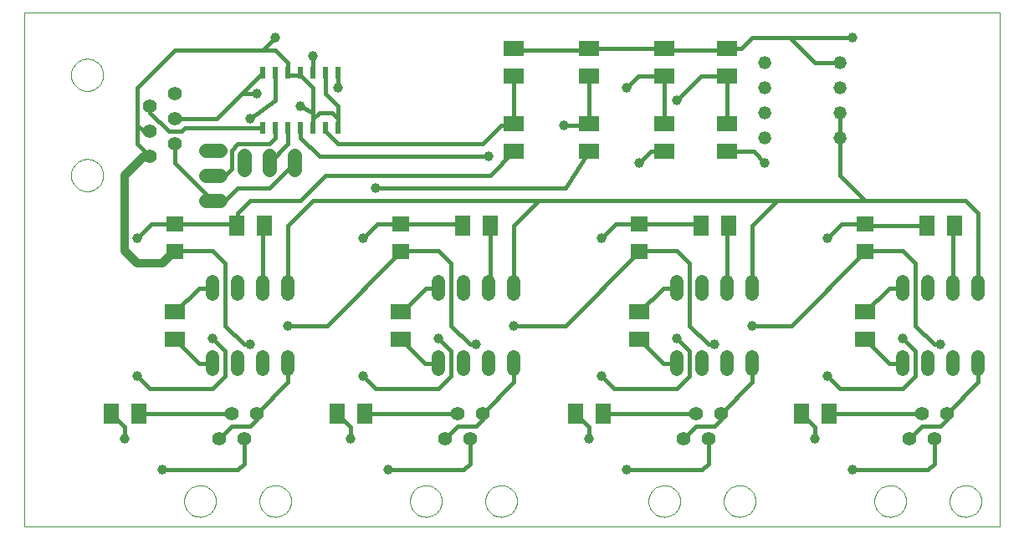
<source format=gtl>
G75*
G70*
%OFA0B0*%
%FSLAX24Y24*%
%IPPOS*%
%LPD*%
%AMOC8*
5,1,8,0,0,1.08239X$1,22.5*
%
%ADD10C,0.0000*%
%ADD11C,0.0520*%
%ADD12R,0.0787X0.0630*%
%ADD13R,0.0630X0.0787*%
%ADD14R,0.0709X0.0630*%
%ADD15C,0.0554*%
%ADD16C,0.0560*%
%ADD17C,0.0520*%
%ADD18R,0.0236X0.0472*%
%ADD19C,0.0560*%
%ADD20C,0.0160*%
%ADD21C,0.0396*%
%ADD22C,0.0320*%
D10*
X000704Y003195D02*
X000704Y023691D01*
X039574Y023691D01*
X039574Y003195D01*
X000704Y003195D01*
X007074Y004195D02*
X007076Y004245D01*
X007082Y004295D01*
X007092Y004344D01*
X007106Y004392D01*
X007123Y004439D01*
X007144Y004484D01*
X007169Y004528D01*
X007197Y004569D01*
X007229Y004608D01*
X007263Y004645D01*
X007300Y004679D01*
X007340Y004709D01*
X007382Y004736D01*
X007426Y004760D01*
X007472Y004781D01*
X007519Y004797D01*
X007567Y004810D01*
X007617Y004819D01*
X007666Y004824D01*
X007717Y004825D01*
X007767Y004822D01*
X007816Y004815D01*
X007865Y004804D01*
X007913Y004789D01*
X007959Y004771D01*
X008004Y004749D01*
X008047Y004723D01*
X008088Y004694D01*
X008127Y004662D01*
X008163Y004627D01*
X008195Y004589D01*
X008225Y004549D01*
X008252Y004506D01*
X008275Y004462D01*
X008294Y004416D01*
X008310Y004368D01*
X008322Y004319D01*
X008330Y004270D01*
X008334Y004220D01*
X008334Y004170D01*
X008330Y004120D01*
X008322Y004071D01*
X008310Y004022D01*
X008294Y003974D01*
X008275Y003928D01*
X008252Y003884D01*
X008225Y003841D01*
X008195Y003801D01*
X008163Y003763D01*
X008127Y003728D01*
X008088Y003696D01*
X008047Y003667D01*
X008004Y003641D01*
X007959Y003619D01*
X007913Y003601D01*
X007865Y003586D01*
X007816Y003575D01*
X007767Y003568D01*
X007717Y003565D01*
X007666Y003566D01*
X007617Y003571D01*
X007567Y003580D01*
X007519Y003593D01*
X007472Y003609D01*
X007426Y003630D01*
X007382Y003654D01*
X007340Y003681D01*
X007300Y003711D01*
X007263Y003745D01*
X007229Y003782D01*
X007197Y003821D01*
X007169Y003862D01*
X007144Y003906D01*
X007123Y003951D01*
X007106Y003998D01*
X007092Y004046D01*
X007082Y004095D01*
X007076Y004145D01*
X007074Y004195D01*
X010074Y004195D02*
X010076Y004245D01*
X010082Y004295D01*
X010092Y004344D01*
X010106Y004392D01*
X010123Y004439D01*
X010144Y004484D01*
X010169Y004528D01*
X010197Y004569D01*
X010229Y004608D01*
X010263Y004645D01*
X010300Y004679D01*
X010340Y004709D01*
X010382Y004736D01*
X010426Y004760D01*
X010472Y004781D01*
X010519Y004797D01*
X010567Y004810D01*
X010617Y004819D01*
X010666Y004824D01*
X010717Y004825D01*
X010767Y004822D01*
X010816Y004815D01*
X010865Y004804D01*
X010913Y004789D01*
X010959Y004771D01*
X011004Y004749D01*
X011047Y004723D01*
X011088Y004694D01*
X011127Y004662D01*
X011163Y004627D01*
X011195Y004589D01*
X011225Y004549D01*
X011252Y004506D01*
X011275Y004462D01*
X011294Y004416D01*
X011310Y004368D01*
X011322Y004319D01*
X011330Y004270D01*
X011334Y004220D01*
X011334Y004170D01*
X011330Y004120D01*
X011322Y004071D01*
X011310Y004022D01*
X011294Y003974D01*
X011275Y003928D01*
X011252Y003884D01*
X011225Y003841D01*
X011195Y003801D01*
X011163Y003763D01*
X011127Y003728D01*
X011088Y003696D01*
X011047Y003667D01*
X011004Y003641D01*
X010959Y003619D01*
X010913Y003601D01*
X010865Y003586D01*
X010816Y003575D01*
X010767Y003568D01*
X010717Y003565D01*
X010666Y003566D01*
X010617Y003571D01*
X010567Y003580D01*
X010519Y003593D01*
X010472Y003609D01*
X010426Y003630D01*
X010382Y003654D01*
X010340Y003681D01*
X010300Y003711D01*
X010263Y003745D01*
X010229Y003782D01*
X010197Y003821D01*
X010169Y003862D01*
X010144Y003906D01*
X010123Y003951D01*
X010106Y003998D01*
X010092Y004046D01*
X010082Y004095D01*
X010076Y004145D01*
X010074Y004195D01*
X016074Y004195D02*
X016076Y004245D01*
X016082Y004295D01*
X016092Y004344D01*
X016106Y004392D01*
X016123Y004439D01*
X016144Y004484D01*
X016169Y004528D01*
X016197Y004569D01*
X016229Y004608D01*
X016263Y004645D01*
X016300Y004679D01*
X016340Y004709D01*
X016382Y004736D01*
X016426Y004760D01*
X016472Y004781D01*
X016519Y004797D01*
X016567Y004810D01*
X016617Y004819D01*
X016666Y004824D01*
X016717Y004825D01*
X016767Y004822D01*
X016816Y004815D01*
X016865Y004804D01*
X016913Y004789D01*
X016959Y004771D01*
X017004Y004749D01*
X017047Y004723D01*
X017088Y004694D01*
X017127Y004662D01*
X017163Y004627D01*
X017195Y004589D01*
X017225Y004549D01*
X017252Y004506D01*
X017275Y004462D01*
X017294Y004416D01*
X017310Y004368D01*
X017322Y004319D01*
X017330Y004270D01*
X017334Y004220D01*
X017334Y004170D01*
X017330Y004120D01*
X017322Y004071D01*
X017310Y004022D01*
X017294Y003974D01*
X017275Y003928D01*
X017252Y003884D01*
X017225Y003841D01*
X017195Y003801D01*
X017163Y003763D01*
X017127Y003728D01*
X017088Y003696D01*
X017047Y003667D01*
X017004Y003641D01*
X016959Y003619D01*
X016913Y003601D01*
X016865Y003586D01*
X016816Y003575D01*
X016767Y003568D01*
X016717Y003565D01*
X016666Y003566D01*
X016617Y003571D01*
X016567Y003580D01*
X016519Y003593D01*
X016472Y003609D01*
X016426Y003630D01*
X016382Y003654D01*
X016340Y003681D01*
X016300Y003711D01*
X016263Y003745D01*
X016229Y003782D01*
X016197Y003821D01*
X016169Y003862D01*
X016144Y003906D01*
X016123Y003951D01*
X016106Y003998D01*
X016092Y004046D01*
X016082Y004095D01*
X016076Y004145D01*
X016074Y004195D01*
X019074Y004195D02*
X019076Y004245D01*
X019082Y004295D01*
X019092Y004344D01*
X019106Y004392D01*
X019123Y004439D01*
X019144Y004484D01*
X019169Y004528D01*
X019197Y004569D01*
X019229Y004608D01*
X019263Y004645D01*
X019300Y004679D01*
X019340Y004709D01*
X019382Y004736D01*
X019426Y004760D01*
X019472Y004781D01*
X019519Y004797D01*
X019567Y004810D01*
X019617Y004819D01*
X019666Y004824D01*
X019717Y004825D01*
X019767Y004822D01*
X019816Y004815D01*
X019865Y004804D01*
X019913Y004789D01*
X019959Y004771D01*
X020004Y004749D01*
X020047Y004723D01*
X020088Y004694D01*
X020127Y004662D01*
X020163Y004627D01*
X020195Y004589D01*
X020225Y004549D01*
X020252Y004506D01*
X020275Y004462D01*
X020294Y004416D01*
X020310Y004368D01*
X020322Y004319D01*
X020330Y004270D01*
X020334Y004220D01*
X020334Y004170D01*
X020330Y004120D01*
X020322Y004071D01*
X020310Y004022D01*
X020294Y003974D01*
X020275Y003928D01*
X020252Y003884D01*
X020225Y003841D01*
X020195Y003801D01*
X020163Y003763D01*
X020127Y003728D01*
X020088Y003696D01*
X020047Y003667D01*
X020004Y003641D01*
X019959Y003619D01*
X019913Y003601D01*
X019865Y003586D01*
X019816Y003575D01*
X019767Y003568D01*
X019717Y003565D01*
X019666Y003566D01*
X019617Y003571D01*
X019567Y003580D01*
X019519Y003593D01*
X019472Y003609D01*
X019426Y003630D01*
X019382Y003654D01*
X019340Y003681D01*
X019300Y003711D01*
X019263Y003745D01*
X019229Y003782D01*
X019197Y003821D01*
X019169Y003862D01*
X019144Y003906D01*
X019123Y003951D01*
X019106Y003998D01*
X019092Y004046D01*
X019082Y004095D01*
X019076Y004145D01*
X019074Y004195D01*
X025574Y004195D02*
X025576Y004245D01*
X025582Y004295D01*
X025592Y004344D01*
X025606Y004392D01*
X025623Y004439D01*
X025644Y004484D01*
X025669Y004528D01*
X025697Y004569D01*
X025729Y004608D01*
X025763Y004645D01*
X025800Y004679D01*
X025840Y004709D01*
X025882Y004736D01*
X025926Y004760D01*
X025972Y004781D01*
X026019Y004797D01*
X026067Y004810D01*
X026117Y004819D01*
X026166Y004824D01*
X026217Y004825D01*
X026267Y004822D01*
X026316Y004815D01*
X026365Y004804D01*
X026413Y004789D01*
X026459Y004771D01*
X026504Y004749D01*
X026547Y004723D01*
X026588Y004694D01*
X026627Y004662D01*
X026663Y004627D01*
X026695Y004589D01*
X026725Y004549D01*
X026752Y004506D01*
X026775Y004462D01*
X026794Y004416D01*
X026810Y004368D01*
X026822Y004319D01*
X026830Y004270D01*
X026834Y004220D01*
X026834Y004170D01*
X026830Y004120D01*
X026822Y004071D01*
X026810Y004022D01*
X026794Y003974D01*
X026775Y003928D01*
X026752Y003884D01*
X026725Y003841D01*
X026695Y003801D01*
X026663Y003763D01*
X026627Y003728D01*
X026588Y003696D01*
X026547Y003667D01*
X026504Y003641D01*
X026459Y003619D01*
X026413Y003601D01*
X026365Y003586D01*
X026316Y003575D01*
X026267Y003568D01*
X026217Y003565D01*
X026166Y003566D01*
X026117Y003571D01*
X026067Y003580D01*
X026019Y003593D01*
X025972Y003609D01*
X025926Y003630D01*
X025882Y003654D01*
X025840Y003681D01*
X025800Y003711D01*
X025763Y003745D01*
X025729Y003782D01*
X025697Y003821D01*
X025669Y003862D01*
X025644Y003906D01*
X025623Y003951D01*
X025606Y003998D01*
X025592Y004046D01*
X025582Y004095D01*
X025576Y004145D01*
X025574Y004195D01*
X028574Y004195D02*
X028576Y004245D01*
X028582Y004295D01*
X028592Y004344D01*
X028606Y004392D01*
X028623Y004439D01*
X028644Y004484D01*
X028669Y004528D01*
X028697Y004569D01*
X028729Y004608D01*
X028763Y004645D01*
X028800Y004679D01*
X028840Y004709D01*
X028882Y004736D01*
X028926Y004760D01*
X028972Y004781D01*
X029019Y004797D01*
X029067Y004810D01*
X029117Y004819D01*
X029166Y004824D01*
X029217Y004825D01*
X029267Y004822D01*
X029316Y004815D01*
X029365Y004804D01*
X029413Y004789D01*
X029459Y004771D01*
X029504Y004749D01*
X029547Y004723D01*
X029588Y004694D01*
X029627Y004662D01*
X029663Y004627D01*
X029695Y004589D01*
X029725Y004549D01*
X029752Y004506D01*
X029775Y004462D01*
X029794Y004416D01*
X029810Y004368D01*
X029822Y004319D01*
X029830Y004270D01*
X029834Y004220D01*
X029834Y004170D01*
X029830Y004120D01*
X029822Y004071D01*
X029810Y004022D01*
X029794Y003974D01*
X029775Y003928D01*
X029752Y003884D01*
X029725Y003841D01*
X029695Y003801D01*
X029663Y003763D01*
X029627Y003728D01*
X029588Y003696D01*
X029547Y003667D01*
X029504Y003641D01*
X029459Y003619D01*
X029413Y003601D01*
X029365Y003586D01*
X029316Y003575D01*
X029267Y003568D01*
X029217Y003565D01*
X029166Y003566D01*
X029117Y003571D01*
X029067Y003580D01*
X029019Y003593D01*
X028972Y003609D01*
X028926Y003630D01*
X028882Y003654D01*
X028840Y003681D01*
X028800Y003711D01*
X028763Y003745D01*
X028729Y003782D01*
X028697Y003821D01*
X028669Y003862D01*
X028644Y003906D01*
X028623Y003951D01*
X028606Y003998D01*
X028592Y004046D01*
X028582Y004095D01*
X028576Y004145D01*
X028574Y004195D01*
X034574Y004195D02*
X034576Y004245D01*
X034582Y004295D01*
X034592Y004344D01*
X034606Y004392D01*
X034623Y004439D01*
X034644Y004484D01*
X034669Y004528D01*
X034697Y004569D01*
X034729Y004608D01*
X034763Y004645D01*
X034800Y004679D01*
X034840Y004709D01*
X034882Y004736D01*
X034926Y004760D01*
X034972Y004781D01*
X035019Y004797D01*
X035067Y004810D01*
X035117Y004819D01*
X035166Y004824D01*
X035217Y004825D01*
X035267Y004822D01*
X035316Y004815D01*
X035365Y004804D01*
X035413Y004789D01*
X035459Y004771D01*
X035504Y004749D01*
X035547Y004723D01*
X035588Y004694D01*
X035627Y004662D01*
X035663Y004627D01*
X035695Y004589D01*
X035725Y004549D01*
X035752Y004506D01*
X035775Y004462D01*
X035794Y004416D01*
X035810Y004368D01*
X035822Y004319D01*
X035830Y004270D01*
X035834Y004220D01*
X035834Y004170D01*
X035830Y004120D01*
X035822Y004071D01*
X035810Y004022D01*
X035794Y003974D01*
X035775Y003928D01*
X035752Y003884D01*
X035725Y003841D01*
X035695Y003801D01*
X035663Y003763D01*
X035627Y003728D01*
X035588Y003696D01*
X035547Y003667D01*
X035504Y003641D01*
X035459Y003619D01*
X035413Y003601D01*
X035365Y003586D01*
X035316Y003575D01*
X035267Y003568D01*
X035217Y003565D01*
X035166Y003566D01*
X035117Y003571D01*
X035067Y003580D01*
X035019Y003593D01*
X034972Y003609D01*
X034926Y003630D01*
X034882Y003654D01*
X034840Y003681D01*
X034800Y003711D01*
X034763Y003745D01*
X034729Y003782D01*
X034697Y003821D01*
X034669Y003862D01*
X034644Y003906D01*
X034623Y003951D01*
X034606Y003998D01*
X034592Y004046D01*
X034582Y004095D01*
X034576Y004145D01*
X034574Y004195D01*
X037574Y004195D02*
X037576Y004245D01*
X037582Y004295D01*
X037592Y004344D01*
X037606Y004392D01*
X037623Y004439D01*
X037644Y004484D01*
X037669Y004528D01*
X037697Y004569D01*
X037729Y004608D01*
X037763Y004645D01*
X037800Y004679D01*
X037840Y004709D01*
X037882Y004736D01*
X037926Y004760D01*
X037972Y004781D01*
X038019Y004797D01*
X038067Y004810D01*
X038117Y004819D01*
X038166Y004824D01*
X038217Y004825D01*
X038267Y004822D01*
X038316Y004815D01*
X038365Y004804D01*
X038413Y004789D01*
X038459Y004771D01*
X038504Y004749D01*
X038547Y004723D01*
X038588Y004694D01*
X038627Y004662D01*
X038663Y004627D01*
X038695Y004589D01*
X038725Y004549D01*
X038752Y004506D01*
X038775Y004462D01*
X038794Y004416D01*
X038810Y004368D01*
X038822Y004319D01*
X038830Y004270D01*
X038834Y004220D01*
X038834Y004170D01*
X038830Y004120D01*
X038822Y004071D01*
X038810Y004022D01*
X038794Y003974D01*
X038775Y003928D01*
X038752Y003884D01*
X038725Y003841D01*
X038695Y003801D01*
X038663Y003763D01*
X038627Y003728D01*
X038588Y003696D01*
X038547Y003667D01*
X038504Y003641D01*
X038459Y003619D01*
X038413Y003601D01*
X038365Y003586D01*
X038316Y003575D01*
X038267Y003568D01*
X038217Y003565D01*
X038166Y003566D01*
X038117Y003571D01*
X038067Y003580D01*
X038019Y003593D01*
X037972Y003609D01*
X037926Y003630D01*
X037882Y003654D01*
X037840Y003681D01*
X037800Y003711D01*
X037763Y003745D01*
X037729Y003782D01*
X037697Y003821D01*
X037669Y003862D01*
X037644Y003906D01*
X037623Y003951D01*
X037606Y003998D01*
X037592Y004046D01*
X037582Y004095D01*
X037576Y004145D01*
X037574Y004195D01*
X002564Y017195D02*
X002566Y017245D01*
X002572Y017295D01*
X002582Y017344D01*
X002595Y017393D01*
X002613Y017440D01*
X002634Y017486D01*
X002658Y017529D01*
X002686Y017571D01*
X002717Y017611D01*
X002751Y017648D01*
X002788Y017682D01*
X002828Y017713D01*
X002870Y017741D01*
X002913Y017765D01*
X002959Y017786D01*
X003006Y017804D01*
X003055Y017817D01*
X003104Y017827D01*
X003154Y017833D01*
X003204Y017835D01*
X003254Y017833D01*
X003304Y017827D01*
X003353Y017817D01*
X003402Y017804D01*
X003449Y017786D01*
X003495Y017765D01*
X003538Y017741D01*
X003580Y017713D01*
X003620Y017682D01*
X003657Y017648D01*
X003691Y017611D01*
X003722Y017571D01*
X003750Y017529D01*
X003774Y017486D01*
X003795Y017440D01*
X003813Y017393D01*
X003826Y017344D01*
X003836Y017295D01*
X003842Y017245D01*
X003844Y017195D01*
X003842Y017145D01*
X003836Y017095D01*
X003826Y017046D01*
X003813Y016997D01*
X003795Y016950D01*
X003774Y016904D01*
X003750Y016861D01*
X003722Y016819D01*
X003691Y016779D01*
X003657Y016742D01*
X003620Y016708D01*
X003580Y016677D01*
X003538Y016649D01*
X003495Y016625D01*
X003449Y016604D01*
X003402Y016586D01*
X003353Y016573D01*
X003304Y016563D01*
X003254Y016557D01*
X003204Y016555D01*
X003154Y016557D01*
X003104Y016563D01*
X003055Y016573D01*
X003006Y016586D01*
X002959Y016604D01*
X002913Y016625D01*
X002870Y016649D01*
X002828Y016677D01*
X002788Y016708D01*
X002751Y016742D01*
X002717Y016779D01*
X002686Y016819D01*
X002658Y016861D01*
X002634Y016904D01*
X002613Y016950D01*
X002595Y016997D01*
X002582Y017046D01*
X002572Y017095D01*
X002566Y017145D01*
X002564Y017195D01*
X002564Y021195D02*
X002566Y021245D01*
X002572Y021295D01*
X002582Y021344D01*
X002595Y021393D01*
X002613Y021440D01*
X002634Y021486D01*
X002658Y021529D01*
X002686Y021571D01*
X002717Y021611D01*
X002751Y021648D01*
X002788Y021682D01*
X002828Y021713D01*
X002870Y021741D01*
X002913Y021765D01*
X002959Y021786D01*
X003006Y021804D01*
X003055Y021817D01*
X003104Y021827D01*
X003154Y021833D01*
X003204Y021835D01*
X003254Y021833D01*
X003304Y021827D01*
X003353Y021817D01*
X003402Y021804D01*
X003449Y021786D01*
X003495Y021765D01*
X003538Y021741D01*
X003580Y021713D01*
X003620Y021682D01*
X003657Y021648D01*
X003691Y021611D01*
X003722Y021571D01*
X003750Y021529D01*
X003774Y021486D01*
X003795Y021440D01*
X003813Y021393D01*
X003826Y021344D01*
X003836Y021295D01*
X003842Y021245D01*
X003844Y021195D01*
X003842Y021145D01*
X003836Y021095D01*
X003826Y021046D01*
X003813Y020997D01*
X003795Y020950D01*
X003774Y020904D01*
X003750Y020861D01*
X003722Y020819D01*
X003691Y020779D01*
X003657Y020742D01*
X003620Y020708D01*
X003580Y020677D01*
X003538Y020649D01*
X003495Y020625D01*
X003449Y020604D01*
X003402Y020586D01*
X003353Y020573D01*
X003304Y020563D01*
X003254Y020557D01*
X003204Y020555D01*
X003154Y020557D01*
X003104Y020563D01*
X003055Y020573D01*
X003006Y020586D01*
X002959Y020604D01*
X002913Y020625D01*
X002870Y020649D01*
X002828Y020677D01*
X002788Y020708D01*
X002751Y020742D01*
X002717Y020779D01*
X002686Y020819D01*
X002658Y020861D01*
X002634Y020904D01*
X002613Y020950D01*
X002595Y020997D01*
X002582Y021046D01*
X002572Y021095D01*
X002566Y021145D01*
X002564Y021195D01*
D11*
X008204Y012955D02*
X008204Y012435D01*
X009204Y012435D02*
X009204Y012955D01*
X010204Y012955D02*
X010204Y012435D01*
X011204Y012435D02*
X011204Y012955D01*
X011204Y009955D02*
X011204Y009435D01*
X010204Y009435D02*
X010204Y009955D01*
X009204Y009955D02*
X009204Y009435D01*
X008204Y009435D02*
X008204Y009955D01*
X017204Y009955D02*
X017204Y009435D01*
X018204Y009435D02*
X018204Y009955D01*
X019204Y009955D02*
X019204Y009435D01*
X020204Y009435D02*
X020204Y009955D01*
X020204Y012435D02*
X020204Y012955D01*
X019204Y012955D02*
X019204Y012435D01*
X018204Y012435D02*
X018204Y012955D01*
X017204Y012955D02*
X017204Y012435D01*
X026704Y012435D02*
X026704Y012955D01*
X027704Y012955D02*
X027704Y012435D01*
X028704Y012435D02*
X028704Y012955D01*
X029704Y012955D02*
X029704Y012435D01*
X029704Y009955D02*
X029704Y009435D01*
X028704Y009435D02*
X028704Y009955D01*
X027704Y009955D02*
X027704Y009435D01*
X026704Y009435D02*
X026704Y009955D01*
X035704Y009955D02*
X035704Y009435D01*
X036704Y009435D02*
X036704Y009955D01*
X037704Y009955D02*
X037704Y009435D01*
X038704Y009435D02*
X038704Y009955D01*
X038704Y012435D02*
X038704Y012955D01*
X037704Y012955D02*
X037704Y012435D01*
X036704Y012435D02*
X036704Y012955D01*
X035704Y012955D02*
X035704Y012435D01*
D12*
X034204Y011746D03*
X034204Y010644D03*
X025204Y010644D03*
X025204Y011746D03*
X015704Y011746D03*
X015704Y010644D03*
X006704Y010644D03*
X006704Y011746D03*
X020204Y018144D03*
X020204Y019246D03*
X020204Y021144D03*
X020204Y022246D03*
X023204Y022246D03*
X023204Y021144D03*
X023204Y019246D03*
X023204Y018144D03*
X026204Y018144D03*
X026204Y019246D03*
X028704Y019246D03*
X028704Y018144D03*
X028704Y021144D03*
X028704Y022246D03*
X026204Y022246D03*
X026204Y021144D03*
D13*
X027653Y015195D03*
X028755Y015195D03*
X036653Y015195D03*
X037755Y015195D03*
X032755Y007695D03*
X031653Y007695D03*
X023755Y007695D03*
X022653Y007695D03*
X014255Y007695D03*
X013153Y007695D03*
X005255Y007695D03*
X004153Y007695D03*
X009153Y015195D03*
X010255Y015195D03*
X018153Y015195D03*
X019255Y015195D03*
D14*
X015704Y015246D03*
X015704Y014144D03*
X006704Y014144D03*
X006704Y015246D03*
X025204Y015246D03*
X025204Y014144D03*
X034204Y014144D03*
X034204Y015246D03*
D15*
X006704Y018445D03*
X005704Y017945D03*
X005704Y018945D03*
X006704Y019445D03*
X005704Y019945D03*
X006704Y020445D03*
D16*
X008954Y007695D03*
X009954Y007695D03*
X009454Y006695D03*
X008454Y006695D03*
X017454Y006695D03*
X018454Y006695D03*
X018954Y007695D03*
X017954Y007695D03*
X026954Y006695D03*
X027954Y006695D03*
X028454Y007695D03*
X027454Y007695D03*
X035954Y006695D03*
X036954Y006695D03*
X037454Y007695D03*
X036454Y007695D03*
D17*
X033204Y018695D03*
X033204Y019695D03*
X033204Y020695D03*
X033204Y021695D03*
X030204Y021695D03*
X030204Y020695D03*
X030204Y019695D03*
X030204Y018695D03*
D18*
X013204Y019093D03*
X012704Y019093D03*
X012204Y019093D03*
X011704Y019093D03*
X011204Y019093D03*
X010704Y019093D03*
X010204Y019093D03*
X010204Y021297D03*
X010704Y021297D03*
X011204Y021297D03*
X011704Y021297D03*
X012204Y021297D03*
X012704Y021297D03*
X013204Y021297D03*
D19*
X011454Y017975D02*
X011454Y017415D01*
X010454Y017415D02*
X010454Y017975D01*
X009454Y017975D02*
X009454Y017415D01*
X008484Y017195D02*
X007924Y017195D01*
X007924Y016195D02*
X008484Y016195D01*
X008484Y018195D02*
X007924Y018195D01*
D20*
X008954Y018195D02*
X008954Y017445D01*
X008704Y017195D01*
X008204Y017195D01*
X009204Y016695D02*
X008704Y016195D01*
X008204Y016195D01*
X006704Y017695D01*
X006704Y018445D01*
X005704Y017945D02*
X005204Y018445D01*
X005204Y019195D01*
X005454Y018945D01*
X005704Y018945D01*
X005204Y019195D02*
X005204Y020695D01*
X006704Y022195D01*
X010204Y022195D01*
X010704Y022695D01*
X010704Y022195D02*
X010204Y022195D01*
X010704Y022195D02*
X011204Y021695D01*
X011204Y021297D01*
X011204Y021195D02*
X011704Y021195D01*
X012204Y020695D01*
X012204Y019695D01*
X011704Y019945D01*
X012204Y019695D02*
X012204Y019445D01*
X012454Y019695D01*
X012954Y019695D01*
X013204Y019445D01*
X013204Y019945D01*
X012704Y020445D01*
X012704Y021297D01*
X013204Y021297D02*
X013204Y020695D01*
X012204Y021297D02*
X012204Y021945D01*
X010704Y021195D02*
X010704Y020195D01*
X009704Y019445D01*
X010204Y019093D02*
X007101Y019093D01*
X006954Y018945D01*
X006454Y018945D01*
X005704Y019695D01*
X005704Y019945D01*
X006704Y019445D02*
X008351Y019445D01*
X009403Y020496D01*
X009454Y020445D01*
X009954Y020445D01*
X009403Y020496D02*
X010204Y021297D01*
X012204Y019445D02*
X012204Y019093D01*
X011704Y019093D02*
X011704Y018695D01*
X012454Y017945D01*
X019204Y017945D01*
X018954Y018445D02*
X019704Y019195D01*
X020153Y019195D01*
X020204Y019246D01*
X020204Y019195D01*
X020204Y019246D02*
X020204Y021144D01*
X020255Y022195D02*
X020204Y022246D01*
X020255Y022195D02*
X023204Y022195D01*
X023204Y022246D01*
X026204Y022246D01*
X026204Y022195D01*
X028653Y022195D01*
X028704Y022195D01*
X028704Y022246D01*
X029255Y022246D01*
X029704Y022695D01*
X031204Y022695D01*
X032204Y021695D01*
X033204Y021695D01*
X033704Y022695D02*
X031204Y022695D01*
X028704Y022246D02*
X028653Y022195D01*
X028704Y021144D02*
X027653Y021144D01*
X026704Y020195D01*
X026204Y021144D02*
X026204Y019246D01*
X026204Y018144D02*
X025653Y018144D01*
X025204Y017695D01*
X023204Y018144D02*
X022255Y016695D01*
X014704Y016695D01*
X012704Y017195D02*
X019255Y017195D01*
X020204Y018144D01*
X018954Y018445D02*
X013204Y018445D01*
X012704Y018945D01*
X012704Y019093D01*
X013204Y019093D02*
X013204Y019445D01*
X011204Y019093D02*
X011204Y018445D01*
X010454Y017695D01*
X011454Y017695D02*
X010454Y016695D01*
X009204Y016695D01*
X009704Y016195D02*
X009204Y015695D01*
X009204Y015246D01*
X009153Y015195D01*
X009101Y015246D01*
X006704Y015246D01*
X005755Y015246D01*
X005204Y014695D01*
X006653Y014144D02*
X006704Y014144D01*
X006755Y014195D01*
X008204Y014195D01*
X008704Y013695D01*
X008704Y011195D01*
X009454Y010445D01*
X009704Y010445D01*
X008704Y010195D02*
X008204Y010695D01*
X008704Y010195D02*
X008704Y009195D01*
X008204Y008695D01*
X005704Y008695D01*
X005204Y009195D01*
X005255Y007695D02*
X008954Y007695D01*
X008954Y007195D02*
X009704Y007195D01*
X009954Y007445D01*
X009954Y007695D01*
X011204Y008945D01*
X011204Y009695D01*
X011204Y011195D02*
X012755Y011195D01*
X015704Y014144D01*
X015704Y014195D01*
X015755Y014195D02*
X017204Y014195D01*
X017704Y013695D01*
X017704Y011195D01*
X018454Y010445D01*
X018704Y010445D01*
X017704Y010195D02*
X017204Y010695D01*
X017704Y010195D02*
X017704Y009195D01*
X017204Y008695D01*
X014704Y008695D01*
X014204Y009195D01*
X014255Y007695D02*
X017954Y007695D01*
X017954Y007195D02*
X018704Y007195D01*
X018954Y007445D01*
X018954Y007695D01*
X020204Y008945D01*
X020204Y009695D01*
X020204Y011195D02*
X022255Y011195D01*
X025204Y014144D01*
X025255Y014195D01*
X026704Y014195D01*
X027204Y013695D01*
X027204Y011195D01*
X027954Y010445D01*
X028204Y010445D01*
X027204Y010195D02*
X026704Y010695D01*
X027204Y010195D02*
X027204Y009195D01*
X026704Y008695D01*
X024204Y008695D01*
X023704Y009195D01*
X023755Y007695D02*
X027454Y007695D01*
X027454Y007195D02*
X028204Y007195D01*
X028454Y007445D01*
X028454Y007695D01*
X029704Y008945D01*
X029704Y009695D01*
X029704Y011195D02*
X031255Y011195D01*
X034204Y014144D01*
X034255Y014195D01*
X035704Y014195D01*
X036204Y013695D01*
X036204Y011195D01*
X036954Y010445D01*
X037204Y010445D01*
X036204Y010195D02*
X035704Y010695D01*
X036204Y010195D02*
X036204Y009195D01*
X035704Y008695D01*
X033204Y008695D01*
X032704Y009195D01*
X032755Y007695D02*
X036454Y007695D01*
X036454Y007195D02*
X037204Y007195D01*
X037454Y007445D01*
X037454Y007695D01*
X038704Y008945D01*
X038704Y009695D01*
X035704Y009695D02*
X035153Y009695D01*
X034204Y010644D01*
X034204Y011746D02*
X035153Y012695D01*
X035704Y012695D01*
X037704Y012695D02*
X037704Y015195D01*
X037755Y015195D01*
X038704Y015695D02*
X038704Y012695D01*
X036653Y015195D02*
X034255Y015195D01*
X034204Y015246D01*
X033255Y015246D01*
X032704Y014695D01*
X034204Y016195D02*
X030704Y016195D01*
X029704Y015195D01*
X029704Y012695D01*
X028704Y012695D02*
X028704Y015144D01*
X028755Y015195D01*
X027653Y015195D02*
X027601Y015246D01*
X025204Y015246D01*
X024255Y015246D01*
X023704Y014695D01*
X021204Y016195D02*
X020204Y015195D01*
X020204Y012695D01*
X019255Y012746D02*
X019204Y012695D01*
X019255Y012746D02*
X019255Y015195D01*
X018153Y015195D02*
X018101Y015246D01*
X015704Y015246D01*
X014755Y015246D01*
X014204Y014695D01*
X015704Y014144D02*
X015755Y014195D01*
X016704Y012695D02*
X017204Y012695D01*
X016704Y012695D02*
X015704Y011695D01*
X015704Y011746D01*
X015704Y010644D02*
X016653Y009695D01*
X017204Y009695D01*
X017954Y007195D02*
X017454Y006695D01*
X018454Y006695D02*
X018454Y005695D01*
X018204Y005445D01*
X015204Y005445D01*
X013704Y006695D02*
X013704Y007144D01*
X013153Y007695D01*
X009454Y006695D02*
X009454Y005695D01*
X009204Y005445D01*
X006204Y005445D01*
X004704Y006695D02*
X004704Y007144D01*
X004153Y007695D01*
X006704Y010644D02*
X007653Y009695D01*
X008204Y009695D01*
X006704Y011746D02*
X007653Y012695D01*
X008204Y012695D01*
X010204Y012695D02*
X010204Y015144D01*
X010255Y015195D01*
X011204Y015195D02*
X012204Y016195D01*
X021204Y016195D01*
X030704Y016195D01*
X030204Y017695D02*
X029755Y018144D01*
X028704Y018144D01*
X028704Y019195D02*
X028704Y019246D01*
X028704Y021144D01*
X026204Y021144D02*
X025153Y021144D01*
X024704Y020695D01*
X023204Y021144D02*
X023204Y019246D01*
X023153Y019195D01*
X022204Y019195D01*
X012704Y017195D02*
X011704Y016195D01*
X009704Y016195D01*
X011204Y015195D02*
X011204Y012695D01*
X008954Y007195D02*
X008454Y006695D01*
X022653Y007695D02*
X023204Y007144D01*
X023204Y006695D01*
X024704Y005445D02*
X027704Y005445D01*
X027954Y005695D01*
X027954Y006695D01*
X027454Y007195D02*
X026954Y006695D01*
X031653Y007695D02*
X032204Y007144D01*
X032204Y006695D01*
X033704Y005445D02*
X036704Y005445D01*
X036954Y005695D01*
X036954Y006695D01*
X036454Y007195D02*
X035954Y006695D01*
X026704Y009695D02*
X026153Y009695D01*
X025204Y010644D01*
X025204Y011746D02*
X026153Y012695D01*
X026704Y012695D01*
X033204Y017195D02*
X034204Y016195D01*
X038204Y016195D01*
X038704Y015695D01*
X033204Y017195D02*
X033204Y018695D01*
X033204Y019695D01*
X010704Y019195D02*
X010704Y018695D01*
X010454Y018445D01*
X009204Y018445D01*
X008954Y018195D01*
D21*
X009704Y019445D03*
X009954Y020445D03*
X011704Y019945D03*
X013204Y020695D03*
X012204Y021945D03*
X010704Y022695D03*
X019204Y017945D03*
X022204Y019195D03*
X024704Y020695D03*
X026704Y020195D03*
X025204Y017695D03*
X023704Y014695D03*
X020204Y011195D03*
X018704Y010445D03*
X017204Y010695D03*
X014204Y009195D03*
X011204Y011195D03*
X009704Y010445D03*
X008204Y010695D03*
X005204Y009195D03*
X004704Y006695D03*
X006204Y005445D03*
X013704Y006695D03*
X015204Y005445D03*
X023204Y006695D03*
X024704Y005445D03*
X023704Y009195D03*
X026704Y010695D03*
X028204Y010445D03*
X029704Y011195D03*
X032704Y009195D03*
X035704Y010695D03*
X037204Y010445D03*
X032204Y006695D03*
X033704Y005445D03*
X032704Y014695D03*
X030204Y017695D03*
X033704Y022695D03*
X014704Y016695D03*
X014204Y014695D03*
X005204Y014695D03*
D22*
X004704Y014195D02*
X004704Y017195D01*
X005454Y017945D01*
X005704Y017945D01*
X004704Y014195D02*
X005204Y013695D01*
X006204Y013695D01*
X006653Y014144D01*
M02*

</source>
